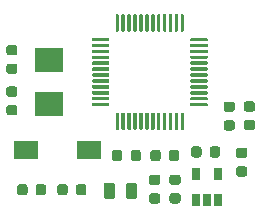
<source format=gbr>
%TF.GenerationSoftware,KiCad,Pcbnew,(5.1.6)-1*%
%TF.CreationDate,2020-11-24T16:57:48+08:00*%
%TF.ProjectId,BCG_mini_c8t6,4243475f-6d69-46e6-995f-633874362e6b,rev?*%
%TF.SameCoordinates,Original*%
%TF.FileFunction,Paste,Top*%
%TF.FilePolarity,Positive*%
%FSLAX46Y46*%
G04 Gerber Fmt 4.6, Leading zero omitted, Abs format (unit mm)*
G04 Created by KiCad (PCBNEW (5.1.6)-1) date 2020-11-24 16:57:48*
%MOMM*%
%LPD*%
G01*
G04 APERTURE LIST*
%ADD10R,2.000000X1.600000*%
%ADD11R,0.650000X1.060000*%
%ADD12R,2.400000X2.000000*%
G04 APERTURE END LIST*
%TO.C,C3*%
G36*
G01*
X127564400Y-110640150D02*
X127564400Y-111152650D01*
G75*
G02*
X127345650Y-111371400I-218750J0D01*
G01*
X126908150Y-111371400D01*
G75*
G02*
X126689400Y-111152650I0J218750D01*
G01*
X126689400Y-110640150D01*
G75*
G02*
X126908150Y-110421400I218750J0D01*
G01*
X127345650Y-110421400D01*
G75*
G02*
X127564400Y-110640150I0J-218750D01*
G01*
G37*
G36*
G01*
X129139400Y-110640150D02*
X129139400Y-111152650D01*
G75*
G02*
X128920650Y-111371400I-218750J0D01*
G01*
X128483150Y-111371400D01*
G75*
G02*
X128264400Y-111152650I0J218750D01*
G01*
X128264400Y-110640150D01*
G75*
G02*
X128483150Y-110421400I218750J0D01*
G01*
X128920650Y-110421400D01*
G75*
G02*
X129139400Y-110640150I0J-218750D01*
G01*
G37*
%TD*%
%TO.C,C4*%
G36*
G01*
X140417000Y-107744550D02*
X140417000Y-108257050D01*
G75*
G02*
X140198250Y-108475800I-218750J0D01*
G01*
X139760750Y-108475800D01*
G75*
G02*
X139542000Y-108257050I0J218750D01*
G01*
X139542000Y-107744550D01*
G75*
G02*
X139760750Y-107525800I218750J0D01*
G01*
X140198250Y-107525800D01*
G75*
G02*
X140417000Y-107744550I0J-218750D01*
G01*
G37*
G36*
G01*
X138842000Y-107744550D02*
X138842000Y-108257050D01*
G75*
G02*
X138623250Y-108475800I-218750J0D01*
G01*
X138185750Y-108475800D01*
G75*
G02*
X137967000Y-108257050I0J218750D01*
G01*
X137967000Y-107744550D01*
G75*
G02*
X138185750Y-107525800I218750J0D01*
G01*
X138623250Y-107525800D01*
G75*
G02*
X138842000Y-107744550I0J-218750D01*
G01*
G37*
%TD*%
%TO.C,C5*%
G36*
G01*
X126494250Y-99522800D02*
X125981750Y-99522800D01*
G75*
G02*
X125763000Y-99304050I0J218750D01*
G01*
X125763000Y-98866550D01*
G75*
G02*
X125981750Y-98647800I218750J0D01*
G01*
X126494250Y-98647800D01*
G75*
G02*
X126713000Y-98866550I0J-218750D01*
G01*
X126713000Y-99304050D01*
G75*
G02*
X126494250Y-99522800I-218750J0D01*
G01*
G37*
G36*
G01*
X126494250Y-101097800D02*
X125981750Y-101097800D01*
G75*
G02*
X125763000Y-100879050I0J218750D01*
G01*
X125763000Y-100441550D01*
G75*
G02*
X125981750Y-100222800I218750J0D01*
G01*
X126494250Y-100222800D01*
G75*
G02*
X126713000Y-100441550I0J-218750D01*
G01*
X126713000Y-100879050D01*
G75*
G02*
X126494250Y-101097800I-218750J0D01*
G01*
G37*
%TD*%
%TO.C,C6*%
G36*
G01*
X125981750Y-102153000D02*
X126494250Y-102153000D01*
G75*
G02*
X126713000Y-102371750I0J-218750D01*
G01*
X126713000Y-102809250D01*
G75*
G02*
X126494250Y-103028000I-218750J0D01*
G01*
X125981750Y-103028000D01*
G75*
G02*
X125763000Y-102809250I0J218750D01*
G01*
X125763000Y-102371750D01*
G75*
G02*
X125981750Y-102153000I218750J0D01*
G01*
G37*
G36*
G01*
X125981750Y-103728000D02*
X126494250Y-103728000D01*
G75*
G02*
X126713000Y-103946750I0J-218750D01*
G01*
X126713000Y-104384250D01*
G75*
G02*
X126494250Y-104603000I-218750J0D01*
G01*
X125981750Y-104603000D01*
G75*
G02*
X125763000Y-104384250I0J218750D01*
G01*
X125763000Y-103946750D01*
G75*
G02*
X125981750Y-103728000I218750J0D01*
G01*
G37*
%TD*%
%TO.C,C7*%
G36*
G01*
X139799350Y-109620600D02*
X140311850Y-109620600D01*
G75*
G02*
X140530600Y-109839350I0J-218750D01*
G01*
X140530600Y-110276850D01*
G75*
G02*
X140311850Y-110495600I-218750J0D01*
G01*
X139799350Y-110495600D01*
G75*
G02*
X139580600Y-110276850I0J218750D01*
G01*
X139580600Y-109839350D01*
G75*
G02*
X139799350Y-109620600I218750J0D01*
G01*
G37*
G36*
G01*
X139799350Y-111195600D02*
X140311850Y-111195600D01*
G75*
G02*
X140530600Y-111414350I0J-218750D01*
G01*
X140530600Y-111851850D01*
G75*
G02*
X140311850Y-112070600I-218750J0D01*
G01*
X139799350Y-112070600D01*
G75*
G02*
X139580600Y-111851850I0J218750D01*
G01*
X139580600Y-111414350D01*
G75*
G02*
X139799350Y-111195600I218750J0D01*
G01*
G37*
%TD*%
%TO.C,C8*%
G36*
G01*
X138072150Y-111195600D02*
X138584650Y-111195600D01*
G75*
G02*
X138803400Y-111414350I0J-218750D01*
G01*
X138803400Y-111851850D01*
G75*
G02*
X138584650Y-112070600I-218750J0D01*
G01*
X138072150Y-112070600D01*
G75*
G02*
X137853400Y-111851850I0J218750D01*
G01*
X137853400Y-111414350D01*
G75*
G02*
X138072150Y-111195600I218750J0D01*
G01*
G37*
G36*
G01*
X138072150Y-109620600D02*
X138584650Y-109620600D01*
G75*
G02*
X138803400Y-109839350I0J-218750D01*
G01*
X138803400Y-110276850D01*
G75*
G02*
X138584650Y-110495600I-218750J0D01*
G01*
X138072150Y-110495600D01*
G75*
G02*
X137853400Y-110276850I0J218750D01*
G01*
X137853400Y-109839350D01*
G75*
G02*
X138072150Y-109620600I218750J0D01*
G01*
G37*
%TD*%
%TO.C,C9*%
G36*
G01*
X142996400Y-107952250D02*
X142996400Y-107439750D01*
G75*
G02*
X143215150Y-107221000I218750J0D01*
G01*
X143652650Y-107221000D01*
G75*
G02*
X143871400Y-107439750I0J-218750D01*
G01*
X143871400Y-107952250D01*
G75*
G02*
X143652650Y-108171000I-218750J0D01*
G01*
X143215150Y-108171000D01*
G75*
G02*
X142996400Y-107952250I0J218750D01*
G01*
G37*
G36*
G01*
X141421400Y-107952250D02*
X141421400Y-107439750D01*
G75*
G02*
X141640150Y-107221000I218750J0D01*
G01*
X142077650Y-107221000D01*
G75*
G02*
X142296400Y-107439750I0J-218750D01*
G01*
X142296400Y-107952250D01*
G75*
G02*
X142077650Y-108171000I-218750J0D01*
G01*
X141640150Y-108171000D01*
G75*
G02*
X141421400Y-107952250I0J218750D01*
G01*
G37*
%TD*%
%TO.C,C10*%
G36*
G01*
X145950650Y-109784600D02*
X145438150Y-109784600D01*
G75*
G02*
X145219400Y-109565850I0J218750D01*
G01*
X145219400Y-109128350D01*
G75*
G02*
X145438150Y-108909600I218750J0D01*
G01*
X145950650Y-108909600D01*
G75*
G02*
X146169400Y-109128350I0J-218750D01*
G01*
X146169400Y-109565850D01*
G75*
G02*
X145950650Y-109784600I-218750J0D01*
G01*
G37*
G36*
G01*
X145950650Y-108209600D02*
X145438150Y-108209600D01*
G75*
G02*
X145219400Y-107990850I0J218750D01*
G01*
X145219400Y-107553350D01*
G75*
G02*
X145438150Y-107334600I218750J0D01*
G01*
X145950650Y-107334600D01*
G75*
G02*
X146169400Y-107553350I0J-218750D01*
G01*
X146169400Y-107990850D01*
G75*
G02*
X145950650Y-108209600I-218750J0D01*
G01*
G37*
%TD*%
%TO.C,D1*%
G36*
G01*
X146611050Y-105873000D02*
X146098550Y-105873000D01*
G75*
G02*
X145879800Y-105654250I0J218750D01*
G01*
X145879800Y-105216750D01*
G75*
G02*
X146098550Y-104998000I218750J0D01*
G01*
X146611050Y-104998000D01*
G75*
G02*
X146829800Y-105216750I0J-218750D01*
G01*
X146829800Y-105654250D01*
G75*
G02*
X146611050Y-105873000I-218750J0D01*
G01*
G37*
G36*
G01*
X146611050Y-104298000D02*
X146098550Y-104298000D01*
G75*
G02*
X145879800Y-104079250I0J218750D01*
G01*
X145879800Y-103641750D01*
G75*
G02*
X146098550Y-103423000I218750J0D01*
G01*
X146611050Y-103423000D01*
G75*
G02*
X146829800Y-103641750I0J-218750D01*
G01*
X146829800Y-104079250D01*
G75*
G02*
X146611050Y-104298000I-218750J0D01*
G01*
G37*
%TD*%
%TO.C,F1*%
G36*
G01*
X136857800Y-110541750D02*
X136857800Y-111454250D01*
G75*
G02*
X136614050Y-111698000I-243750J0D01*
G01*
X136126550Y-111698000D01*
G75*
G02*
X135882800Y-111454250I0J243750D01*
G01*
X135882800Y-110541750D01*
G75*
G02*
X136126550Y-110298000I243750J0D01*
G01*
X136614050Y-110298000D01*
G75*
G02*
X136857800Y-110541750I0J-243750D01*
G01*
G37*
G36*
G01*
X134982800Y-110541750D02*
X134982800Y-111454250D01*
G75*
G02*
X134739050Y-111698000I-243750J0D01*
G01*
X134251550Y-111698000D01*
G75*
G02*
X134007800Y-111454250I0J243750D01*
G01*
X134007800Y-110541750D01*
G75*
G02*
X134251550Y-110298000I243750J0D01*
G01*
X134739050Y-110298000D01*
G75*
G02*
X134982800Y-110541750I0J-243750D01*
G01*
G37*
%TD*%
%TO.C,R1*%
G36*
G01*
X130093000Y-111152650D02*
X130093000Y-110640150D01*
G75*
G02*
X130311750Y-110421400I218750J0D01*
G01*
X130749250Y-110421400D01*
G75*
G02*
X130968000Y-110640150I0J-218750D01*
G01*
X130968000Y-111152650D01*
G75*
G02*
X130749250Y-111371400I-218750J0D01*
G01*
X130311750Y-111371400D01*
G75*
G02*
X130093000Y-111152650I0J218750D01*
G01*
G37*
G36*
G01*
X131668000Y-111152650D02*
X131668000Y-110640150D01*
G75*
G02*
X131886750Y-110421400I218750J0D01*
G01*
X132324250Y-110421400D01*
G75*
G02*
X132543000Y-110640150I0J-218750D01*
G01*
X132543000Y-111152650D01*
G75*
G02*
X132324250Y-111371400I-218750J0D01*
G01*
X131886750Y-111371400D01*
G75*
G02*
X131668000Y-111152650I0J218750D01*
G01*
G37*
%TD*%
%TO.C,R3*%
G36*
G01*
X135590800Y-107744550D02*
X135590800Y-108257050D01*
G75*
G02*
X135372050Y-108475800I-218750J0D01*
G01*
X134934550Y-108475800D01*
G75*
G02*
X134715800Y-108257050I0J218750D01*
G01*
X134715800Y-107744550D01*
G75*
G02*
X134934550Y-107525800I218750J0D01*
G01*
X135372050Y-107525800D01*
G75*
G02*
X135590800Y-107744550I0J-218750D01*
G01*
G37*
G36*
G01*
X137165800Y-107744550D02*
X137165800Y-108257050D01*
G75*
G02*
X136947050Y-108475800I-218750J0D01*
G01*
X136509550Y-108475800D01*
G75*
G02*
X136290800Y-108257050I0J218750D01*
G01*
X136290800Y-107744550D01*
G75*
G02*
X136509550Y-107525800I218750J0D01*
G01*
X136947050Y-107525800D01*
G75*
G02*
X137165800Y-107744550I0J-218750D01*
G01*
G37*
%TD*%
%TO.C,R4*%
G36*
G01*
X144898451Y-105890799D02*
X144385951Y-105890799D01*
G75*
G02*
X144167201Y-105672049I0J218750D01*
G01*
X144167201Y-105234549D01*
G75*
G02*
X144385951Y-105015799I218750J0D01*
G01*
X144898451Y-105015799D01*
G75*
G02*
X145117201Y-105234549I0J-218750D01*
G01*
X145117201Y-105672049D01*
G75*
G02*
X144898451Y-105890799I-218750J0D01*
G01*
G37*
G36*
G01*
X144898451Y-104315799D02*
X144385951Y-104315799D01*
G75*
G02*
X144167201Y-104097049I0J218750D01*
G01*
X144167201Y-103659549D01*
G75*
G02*
X144385951Y-103440799I218750J0D01*
G01*
X144898451Y-103440799D01*
G75*
G02*
X145117201Y-103659549I0J-218750D01*
G01*
X145117201Y-104097049D01*
G75*
G02*
X144898451Y-104315799I-218750J0D01*
G01*
G37*
%TD*%
D10*
%TO.C,SW1*%
X132798800Y-107492800D03*
X127398800Y-107492800D03*
%TD*%
%TO.C,U1*%
G36*
G01*
X133022000Y-98264600D02*
X133022000Y-98114600D01*
G75*
G02*
X133097000Y-98039600I75000J0D01*
G01*
X134422000Y-98039600D01*
G75*
G02*
X134497000Y-98114600I0J-75000D01*
G01*
X134497000Y-98264600D01*
G75*
G02*
X134422000Y-98339600I-75000J0D01*
G01*
X133097000Y-98339600D01*
G75*
G02*
X133022000Y-98264600I0J75000D01*
G01*
G37*
G36*
G01*
X133022000Y-98764600D02*
X133022000Y-98614600D01*
G75*
G02*
X133097000Y-98539600I75000J0D01*
G01*
X134422000Y-98539600D01*
G75*
G02*
X134497000Y-98614600I0J-75000D01*
G01*
X134497000Y-98764600D01*
G75*
G02*
X134422000Y-98839600I-75000J0D01*
G01*
X133097000Y-98839600D01*
G75*
G02*
X133022000Y-98764600I0J75000D01*
G01*
G37*
G36*
G01*
X133022000Y-99264600D02*
X133022000Y-99114600D01*
G75*
G02*
X133097000Y-99039600I75000J0D01*
G01*
X134422000Y-99039600D01*
G75*
G02*
X134497000Y-99114600I0J-75000D01*
G01*
X134497000Y-99264600D01*
G75*
G02*
X134422000Y-99339600I-75000J0D01*
G01*
X133097000Y-99339600D01*
G75*
G02*
X133022000Y-99264600I0J75000D01*
G01*
G37*
G36*
G01*
X133022000Y-99764600D02*
X133022000Y-99614600D01*
G75*
G02*
X133097000Y-99539600I75000J0D01*
G01*
X134422000Y-99539600D01*
G75*
G02*
X134497000Y-99614600I0J-75000D01*
G01*
X134497000Y-99764600D01*
G75*
G02*
X134422000Y-99839600I-75000J0D01*
G01*
X133097000Y-99839600D01*
G75*
G02*
X133022000Y-99764600I0J75000D01*
G01*
G37*
G36*
G01*
X133022000Y-100264600D02*
X133022000Y-100114600D01*
G75*
G02*
X133097000Y-100039600I75000J0D01*
G01*
X134422000Y-100039600D01*
G75*
G02*
X134497000Y-100114600I0J-75000D01*
G01*
X134497000Y-100264600D01*
G75*
G02*
X134422000Y-100339600I-75000J0D01*
G01*
X133097000Y-100339600D01*
G75*
G02*
X133022000Y-100264600I0J75000D01*
G01*
G37*
G36*
G01*
X133022000Y-100764600D02*
X133022000Y-100614600D01*
G75*
G02*
X133097000Y-100539600I75000J0D01*
G01*
X134422000Y-100539600D01*
G75*
G02*
X134497000Y-100614600I0J-75000D01*
G01*
X134497000Y-100764600D01*
G75*
G02*
X134422000Y-100839600I-75000J0D01*
G01*
X133097000Y-100839600D01*
G75*
G02*
X133022000Y-100764600I0J75000D01*
G01*
G37*
G36*
G01*
X133022000Y-101264600D02*
X133022000Y-101114600D01*
G75*
G02*
X133097000Y-101039600I75000J0D01*
G01*
X134422000Y-101039600D01*
G75*
G02*
X134497000Y-101114600I0J-75000D01*
G01*
X134497000Y-101264600D01*
G75*
G02*
X134422000Y-101339600I-75000J0D01*
G01*
X133097000Y-101339600D01*
G75*
G02*
X133022000Y-101264600I0J75000D01*
G01*
G37*
G36*
G01*
X133022000Y-101764600D02*
X133022000Y-101614600D01*
G75*
G02*
X133097000Y-101539600I75000J0D01*
G01*
X134422000Y-101539600D01*
G75*
G02*
X134497000Y-101614600I0J-75000D01*
G01*
X134497000Y-101764600D01*
G75*
G02*
X134422000Y-101839600I-75000J0D01*
G01*
X133097000Y-101839600D01*
G75*
G02*
X133022000Y-101764600I0J75000D01*
G01*
G37*
G36*
G01*
X133022000Y-102264600D02*
X133022000Y-102114600D01*
G75*
G02*
X133097000Y-102039600I75000J0D01*
G01*
X134422000Y-102039600D01*
G75*
G02*
X134497000Y-102114600I0J-75000D01*
G01*
X134497000Y-102264600D01*
G75*
G02*
X134422000Y-102339600I-75000J0D01*
G01*
X133097000Y-102339600D01*
G75*
G02*
X133022000Y-102264600I0J75000D01*
G01*
G37*
G36*
G01*
X133022000Y-102764600D02*
X133022000Y-102614600D01*
G75*
G02*
X133097000Y-102539600I75000J0D01*
G01*
X134422000Y-102539600D01*
G75*
G02*
X134497000Y-102614600I0J-75000D01*
G01*
X134497000Y-102764600D01*
G75*
G02*
X134422000Y-102839600I-75000J0D01*
G01*
X133097000Y-102839600D01*
G75*
G02*
X133022000Y-102764600I0J75000D01*
G01*
G37*
G36*
G01*
X133022000Y-103264600D02*
X133022000Y-103114600D01*
G75*
G02*
X133097000Y-103039600I75000J0D01*
G01*
X134422000Y-103039600D01*
G75*
G02*
X134497000Y-103114600I0J-75000D01*
G01*
X134497000Y-103264600D01*
G75*
G02*
X134422000Y-103339600I-75000J0D01*
G01*
X133097000Y-103339600D01*
G75*
G02*
X133022000Y-103264600I0J75000D01*
G01*
G37*
G36*
G01*
X133022000Y-103764600D02*
X133022000Y-103614600D01*
G75*
G02*
X133097000Y-103539600I75000J0D01*
G01*
X134422000Y-103539600D01*
G75*
G02*
X134497000Y-103614600I0J-75000D01*
G01*
X134497000Y-103764600D01*
G75*
G02*
X134422000Y-103839600I-75000J0D01*
G01*
X133097000Y-103839600D01*
G75*
G02*
X133022000Y-103764600I0J75000D01*
G01*
G37*
G36*
G01*
X135022000Y-105764600D02*
X135022000Y-104439600D01*
G75*
G02*
X135097000Y-104364600I75000J0D01*
G01*
X135247000Y-104364600D01*
G75*
G02*
X135322000Y-104439600I0J-75000D01*
G01*
X135322000Y-105764600D01*
G75*
G02*
X135247000Y-105839600I-75000J0D01*
G01*
X135097000Y-105839600D01*
G75*
G02*
X135022000Y-105764600I0J75000D01*
G01*
G37*
G36*
G01*
X135522000Y-105764600D02*
X135522000Y-104439600D01*
G75*
G02*
X135597000Y-104364600I75000J0D01*
G01*
X135747000Y-104364600D01*
G75*
G02*
X135822000Y-104439600I0J-75000D01*
G01*
X135822000Y-105764600D01*
G75*
G02*
X135747000Y-105839600I-75000J0D01*
G01*
X135597000Y-105839600D01*
G75*
G02*
X135522000Y-105764600I0J75000D01*
G01*
G37*
G36*
G01*
X136022000Y-105764600D02*
X136022000Y-104439600D01*
G75*
G02*
X136097000Y-104364600I75000J0D01*
G01*
X136247000Y-104364600D01*
G75*
G02*
X136322000Y-104439600I0J-75000D01*
G01*
X136322000Y-105764600D01*
G75*
G02*
X136247000Y-105839600I-75000J0D01*
G01*
X136097000Y-105839600D01*
G75*
G02*
X136022000Y-105764600I0J75000D01*
G01*
G37*
G36*
G01*
X136522000Y-105764600D02*
X136522000Y-104439600D01*
G75*
G02*
X136597000Y-104364600I75000J0D01*
G01*
X136747000Y-104364600D01*
G75*
G02*
X136822000Y-104439600I0J-75000D01*
G01*
X136822000Y-105764600D01*
G75*
G02*
X136747000Y-105839600I-75000J0D01*
G01*
X136597000Y-105839600D01*
G75*
G02*
X136522000Y-105764600I0J75000D01*
G01*
G37*
G36*
G01*
X137022000Y-105764600D02*
X137022000Y-104439600D01*
G75*
G02*
X137097000Y-104364600I75000J0D01*
G01*
X137247000Y-104364600D01*
G75*
G02*
X137322000Y-104439600I0J-75000D01*
G01*
X137322000Y-105764600D01*
G75*
G02*
X137247000Y-105839600I-75000J0D01*
G01*
X137097000Y-105839600D01*
G75*
G02*
X137022000Y-105764600I0J75000D01*
G01*
G37*
G36*
G01*
X137522000Y-105764600D02*
X137522000Y-104439600D01*
G75*
G02*
X137597000Y-104364600I75000J0D01*
G01*
X137747000Y-104364600D01*
G75*
G02*
X137822000Y-104439600I0J-75000D01*
G01*
X137822000Y-105764600D01*
G75*
G02*
X137747000Y-105839600I-75000J0D01*
G01*
X137597000Y-105839600D01*
G75*
G02*
X137522000Y-105764600I0J75000D01*
G01*
G37*
G36*
G01*
X138022000Y-105764600D02*
X138022000Y-104439600D01*
G75*
G02*
X138097000Y-104364600I75000J0D01*
G01*
X138247000Y-104364600D01*
G75*
G02*
X138322000Y-104439600I0J-75000D01*
G01*
X138322000Y-105764600D01*
G75*
G02*
X138247000Y-105839600I-75000J0D01*
G01*
X138097000Y-105839600D01*
G75*
G02*
X138022000Y-105764600I0J75000D01*
G01*
G37*
G36*
G01*
X138522000Y-105764600D02*
X138522000Y-104439600D01*
G75*
G02*
X138597000Y-104364600I75000J0D01*
G01*
X138747000Y-104364600D01*
G75*
G02*
X138822000Y-104439600I0J-75000D01*
G01*
X138822000Y-105764600D01*
G75*
G02*
X138747000Y-105839600I-75000J0D01*
G01*
X138597000Y-105839600D01*
G75*
G02*
X138522000Y-105764600I0J75000D01*
G01*
G37*
G36*
G01*
X139022000Y-105764600D02*
X139022000Y-104439600D01*
G75*
G02*
X139097000Y-104364600I75000J0D01*
G01*
X139247000Y-104364600D01*
G75*
G02*
X139322000Y-104439600I0J-75000D01*
G01*
X139322000Y-105764600D01*
G75*
G02*
X139247000Y-105839600I-75000J0D01*
G01*
X139097000Y-105839600D01*
G75*
G02*
X139022000Y-105764600I0J75000D01*
G01*
G37*
G36*
G01*
X139522000Y-105764600D02*
X139522000Y-104439600D01*
G75*
G02*
X139597000Y-104364600I75000J0D01*
G01*
X139747000Y-104364600D01*
G75*
G02*
X139822000Y-104439600I0J-75000D01*
G01*
X139822000Y-105764600D01*
G75*
G02*
X139747000Y-105839600I-75000J0D01*
G01*
X139597000Y-105839600D01*
G75*
G02*
X139522000Y-105764600I0J75000D01*
G01*
G37*
G36*
G01*
X140022000Y-105764600D02*
X140022000Y-104439600D01*
G75*
G02*
X140097000Y-104364600I75000J0D01*
G01*
X140247000Y-104364600D01*
G75*
G02*
X140322000Y-104439600I0J-75000D01*
G01*
X140322000Y-105764600D01*
G75*
G02*
X140247000Y-105839600I-75000J0D01*
G01*
X140097000Y-105839600D01*
G75*
G02*
X140022000Y-105764600I0J75000D01*
G01*
G37*
G36*
G01*
X140522000Y-105764600D02*
X140522000Y-104439600D01*
G75*
G02*
X140597000Y-104364600I75000J0D01*
G01*
X140747000Y-104364600D01*
G75*
G02*
X140822000Y-104439600I0J-75000D01*
G01*
X140822000Y-105764600D01*
G75*
G02*
X140747000Y-105839600I-75000J0D01*
G01*
X140597000Y-105839600D01*
G75*
G02*
X140522000Y-105764600I0J75000D01*
G01*
G37*
G36*
G01*
X141347000Y-103764600D02*
X141347000Y-103614600D01*
G75*
G02*
X141422000Y-103539600I75000J0D01*
G01*
X142747000Y-103539600D01*
G75*
G02*
X142822000Y-103614600I0J-75000D01*
G01*
X142822000Y-103764600D01*
G75*
G02*
X142747000Y-103839600I-75000J0D01*
G01*
X141422000Y-103839600D01*
G75*
G02*
X141347000Y-103764600I0J75000D01*
G01*
G37*
G36*
G01*
X141347000Y-103264600D02*
X141347000Y-103114600D01*
G75*
G02*
X141422000Y-103039600I75000J0D01*
G01*
X142747000Y-103039600D01*
G75*
G02*
X142822000Y-103114600I0J-75000D01*
G01*
X142822000Y-103264600D01*
G75*
G02*
X142747000Y-103339600I-75000J0D01*
G01*
X141422000Y-103339600D01*
G75*
G02*
X141347000Y-103264600I0J75000D01*
G01*
G37*
G36*
G01*
X141347000Y-102764600D02*
X141347000Y-102614600D01*
G75*
G02*
X141422000Y-102539600I75000J0D01*
G01*
X142747000Y-102539600D01*
G75*
G02*
X142822000Y-102614600I0J-75000D01*
G01*
X142822000Y-102764600D01*
G75*
G02*
X142747000Y-102839600I-75000J0D01*
G01*
X141422000Y-102839600D01*
G75*
G02*
X141347000Y-102764600I0J75000D01*
G01*
G37*
G36*
G01*
X141347000Y-102264600D02*
X141347000Y-102114600D01*
G75*
G02*
X141422000Y-102039600I75000J0D01*
G01*
X142747000Y-102039600D01*
G75*
G02*
X142822000Y-102114600I0J-75000D01*
G01*
X142822000Y-102264600D01*
G75*
G02*
X142747000Y-102339600I-75000J0D01*
G01*
X141422000Y-102339600D01*
G75*
G02*
X141347000Y-102264600I0J75000D01*
G01*
G37*
G36*
G01*
X141347000Y-101764600D02*
X141347000Y-101614600D01*
G75*
G02*
X141422000Y-101539600I75000J0D01*
G01*
X142747000Y-101539600D01*
G75*
G02*
X142822000Y-101614600I0J-75000D01*
G01*
X142822000Y-101764600D01*
G75*
G02*
X142747000Y-101839600I-75000J0D01*
G01*
X141422000Y-101839600D01*
G75*
G02*
X141347000Y-101764600I0J75000D01*
G01*
G37*
G36*
G01*
X141347000Y-101264600D02*
X141347000Y-101114600D01*
G75*
G02*
X141422000Y-101039600I75000J0D01*
G01*
X142747000Y-101039600D01*
G75*
G02*
X142822000Y-101114600I0J-75000D01*
G01*
X142822000Y-101264600D01*
G75*
G02*
X142747000Y-101339600I-75000J0D01*
G01*
X141422000Y-101339600D01*
G75*
G02*
X141347000Y-101264600I0J75000D01*
G01*
G37*
G36*
G01*
X141347000Y-100764600D02*
X141347000Y-100614600D01*
G75*
G02*
X141422000Y-100539600I75000J0D01*
G01*
X142747000Y-100539600D01*
G75*
G02*
X142822000Y-100614600I0J-75000D01*
G01*
X142822000Y-100764600D01*
G75*
G02*
X142747000Y-100839600I-75000J0D01*
G01*
X141422000Y-100839600D01*
G75*
G02*
X141347000Y-100764600I0J75000D01*
G01*
G37*
G36*
G01*
X141347000Y-100264600D02*
X141347000Y-100114600D01*
G75*
G02*
X141422000Y-100039600I75000J0D01*
G01*
X142747000Y-100039600D01*
G75*
G02*
X142822000Y-100114600I0J-75000D01*
G01*
X142822000Y-100264600D01*
G75*
G02*
X142747000Y-100339600I-75000J0D01*
G01*
X141422000Y-100339600D01*
G75*
G02*
X141347000Y-100264600I0J75000D01*
G01*
G37*
G36*
G01*
X141347000Y-99764600D02*
X141347000Y-99614600D01*
G75*
G02*
X141422000Y-99539600I75000J0D01*
G01*
X142747000Y-99539600D01*
G75*
G02*
X142822000Y-99614600I0J-75000D01*
G01*
X142822000Y-99764600D01*
G75*
G02*
X142747000Y-99839600I-75000J0D01*
G01*
X141422000Y-99839600D01*
G75*
G02*
X141347000Y-99764600I0J75000D01*
G01*
G37*
G36*
G01*
X141347000Y-99264600D02*
X141347000Y-99114600D01*
G75*
G02*
X141422000Y-99039600I75000J0D01*
G01*
X142747000Y-99039600D01*
G75*
G02*
X142822000Y-99114600I0J-75000D01*
G01*
X142822000Y-99264600D01*
G75*
G02*
X142747000Y-99339600I-75000J0D01*
G01*
X141422000Y-99339600D01*
G75*
G02*
X141347000Y-99264600I0J75000D01*
G01*
G37*
G36*
G01*
X141347000Y-98764600D02*
X141347000Y-98614600D01*
G75*
G02*
X141422000Y-98539600I75000J0D01*
G01*
X142747000Y-98539600D01*
G75*
G02*
X142822000Y-98614600I0J-75000D01*
G01*
X142822000Y-98764600D01*
G75*
G02*
X142747000Y-98839600I-75000J0D01*
G01*
X141422000Y-98839600D01*
G75*
G02*
X141347000Y-98764600I0J75000D01*
G01*
G37*
G36*
G01*
X141347000Y-98264600D02*
X141347000Y-98114600D01*
G75*
G02*
X141422000Y-98039600I75000J0D01*
G01*
X142747000Y-98039600D01*
G75*
G02*
X142822000Y-98114600I0J-75000D01*
G01*
X142822000Y-98264600D01*
G75*
G02*
X142747000Y-98339600I-75000J0D01*
G01*
X141422000Y-98339600D01*
G75*
G02*
X141347000Y-98264600I0J75000D01*
G01*
G37*
G36*
G01*
X140522000Y-97439600D02*
X140522000Y-96114600D01*
G75*
G02*
X140597000Y-96039600I75000J0D01*
G01*
X140747000Y-96039600D01*
G75*
G02*
X140822000Y-96114600I0J-75000D01*
G01*
X140822000Y-97439600D01*
G75*
G02*
X140747000Y-97514600I-75000J0D01*
G01*
X140597000Y-97514600D01*
G75*
G02*
X140522000Y-97439600I0J75000D01*
G01*
G37*
G36*
G01*
X140022000Y-97439600D02*
X140022000Y-96114600D01*
G75*
G02*
X140097000Y-96039600I75000J0D01*
G01*
X140247000Y-96039600D01*
G75*
G02*
X140322000Y-96114600I0J-75000D01*
G01*
X140322000Y-97439600D01*
G75*
G02*
X140247000Y-97514600I-75000J0D01*
G01*
X140097000Y-97514600D01*
G75*
G02*
X140022000Y-97439600I0J75000D01*
G01*
G37*
G36*
G01*
X139522000Y-97439600D02*
X139522000Y-96114600D01*
G75*
G02*
X139597000Y-96039600I75000J0D01*
G01*
X139747000Y-96039600D01*
G75*
G02*
X139822000Y-96114600I0J-75000D01*
G01*
X139822000Y-97439600D01*
G75*
G02*
X139747000Y-97514600I-75000J0D01*
G01*
X139597000Y-97514600D01*
G75*
G02*
X139522000Y-97439600I0J75000D01*
G01*
G37*
G36*
G01*
X139022000Y-97439600D02*
X139022000Y-96114600D01*
G75*
G02*
X139097000Y-96039600I75000J0D01*
G01*
X139247000Y-96039600D01*
G75*
G02*
X139322000Y-96114600I0J-75000D01*
G01*
X139322000Y-97439600D01*
G75*
G02*
X139247000Y-97514600I-75000J0D01*
G01*
X139097000Y-97514600D01*
G75*
G02*
X139022000Y-97439600I0J75000D01*
G01*
G37*
G36*
G01*
X138522000Y-97439600D02*
X138522000Y-96114600D01*
G75*
G02*
X138597000Y-96039600I75000J0D01*
G01*
X138747000Y-96039600D01*
G75*
G02*
X138822000Y-96114600I0J-75000D01*
G01*
X138822000Y-97439600D01*
G75*
G02*
X138747000Y-97514600I-75000J0D01*
G01*
X138597000Y-97514600D01*
G75*
G02*
X138522000Y-97439600I0J75000D01*
G01*
G37*
G36*
G01*
X138022000Y-97439600D02*
X138022000Y-96114600D01*
G75*
G02*
X138097000Y-96039600I75000J0D01*
G01*
X138247000Y-96039600D01*
G75*
G02*
X138322000Y-96114600I0J-75000D01*
G01*
X138322000Y-97439600D01*
G75*
G02*
X138247000Y-97514600I-75000J0D01*
G01*
X138097000Y-97514600D01*
G75*
G02*
X138022000Y-97439600I0J75000D01*
G01*
G37*
G36*
G01*
X137522000Y-97439600D02*
X137522000Y-96114600D01*
G75*
G02*
X137597000Y-96039600I75000J0D01*
G01*
X137747000Y-96039600D01*
G75*
G02*
X137822000Y-96114600I0J-75000D01*
G01*
X137822000Y-97439600D01*
G75*
G02*
X137747000Y-97514600I-75000J0D01*
G01*
X137597000Y-97514600D01*
G75*
G02*
X137522000Y-97439600I0J75000D01*
G01*
G37*
G36*
G01*
X137022000Y-97439600D02*
X137022000Y-96114600D01*
G75*
G02*
X137097000Y-96039600I75000J0D01*
G01*
X137247000Y-96039600D01*
G75*
G02*
X137322000Y-96114600I0J-75000D01*
G01*
X137322000Y-97439600D01*
G75*
G02*
X137247000Y-97514600I-75000J0D01*
G01*
X137097000Y-97514600D01*
G75*
G02*
X137022000Y-97439600I0J75000D01*
G01*
G37*
G36*
G01*
X136522000Y-97439600D02*
X136522000Y-96114600D01*
G75*
G02*
X136597000Y-96039600I75000J0D01*
G01*
X136747000Y-96039600D01*
G75*
G02*
X136822000Y-96114600I0J-75000D01*
G01*
X136822000Y-97439600D01*
G75*
G02*
X136747000Y-97514600I-75000J0D01*
G01*
X136597000Y-97514600D01*
G75*
G02*
X136522000Y-97439600I0J75000D01*
G01*
G37*
G36*
G01*
X136022000Y-97439600D02*
X136022000Y-96114600D01*
G75*
G02*
X136097000Y-96039600I75000J0D01*
G01*
X136247000Y-96039600D01*
G75*
G02*
X136322000Y-96114600I0J-75000D01*
G01*
X136322000Y-97439600D01*
G75*
G02*
X136247000Y-97514600I-75000J0D01*
G01*
X136097000Y-97514600D01*
G75*
G02*
X136022000Y-97439600I0J75000D01*
G01*
G37*
G36*
G01*
X135522000Y-97439600D02*
X135522000Y-96114600D01*
G75*
G02*
X135597000Y-96039600I75000J0D01*
G01*
X135747000Y-96039600D01*
G75*
G02*
X135822000Y-96114600I0J-75000D01*
G01*
X135822000Y-97439600D01*
G75*
G02*
X135747000Y-97514600I-75000J0D01*
G01*
X135597000Y-97514600D01*
G75*
G02*
X135522000Y-97439600I0J75000D01*
G01*
G37*
G36*
G01*
X135022000Y-97439600D02*
X135022000Y-96114600D01*
G75*
G02*
X135097000Y-96039600I75000J0D01*
G01*
X135247000Y-96039600D01*
G75*
G02*
X135322000Y-96114600I0J-75000D01*
G01*
X135322000Y-97439600D01*
G75*
G02*
X135247000Y-97514600I-75000J0D01*
G01*
X135097000Y-97514600D01*
G75*
G02*
X135022000Y-97439600I0J75000D01*
G01*
G37*
%TD*%
D11*
%TO.C,U2*%
X141798000Y-111742400D03*
X142748000Y-111742400D03*
X143698000Y-111742400D03*
X143698000Y-109542400D03*
X141798000Y-109542400D03*
%TD*%
D12*
%TO.C,Y1*%
X129387600Y-99902400D03*
X129387600Y-103602400D03*
%TD*%
M02*

</source>
